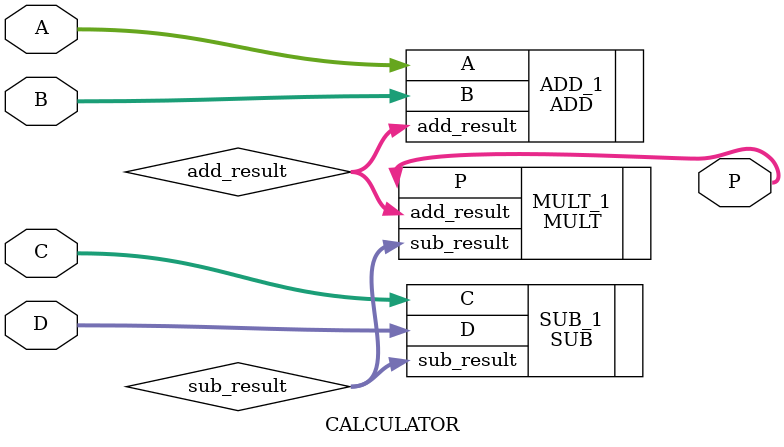
<source format=v>
module CALCULATOR (
	input wire [7:0] A,
	input wire [7:0] B,
	input wire [7:0] C,
	input wire [7:0] D,
	output wire [17:0] P
);

wire [8:0] add_result;
wire [8:0] sub_result;

ADD ADD_1(
	.A(A),
	.B(B),
	.add_result(add_result)
);

SUB SUB_1(
	.C(C),
	.D(D),
	.sub_result(sub_result)
);

MULT MULT_1(
	.add_result(add_result),
	.sub_result(sub_result),
	.P(P)
	
);

endmodule
</source>
